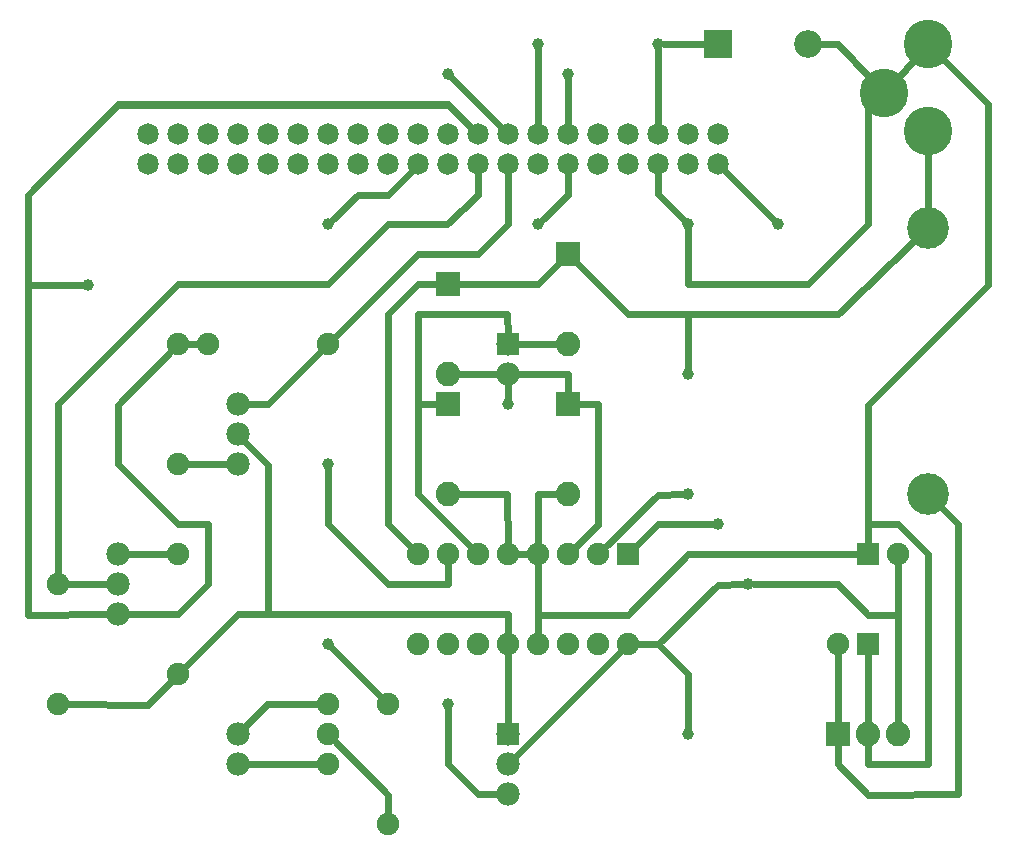
<source format=gbl>
G04 MADE WITH FRITZING*
G04 WWW.FRITZING.ORG*
G04 DOUBLE SIDED*
G04 HOLES PLATED*
G04 CONTOUR ON CENTER OF CONTOUR VECTOR*
%ASAXBY*%
%FSLAX23Y23*%
%MOIN*%
%OFA0B0*%
%SFA1.0B1.0*%
%ADD10C,0.039370*%
%ADD11C,0.078000*%
%ADD12C,0.162000*%
%ADD13C,0.075000*%
%ADD14C,0.071889*%
%ADD15C,0.071917*%
%ADD16C,0.082000*%
%ADD17C,0.138889*%
%ADD18C,0.092000*%
%ADD19R,0.075000X0.075000*%
%ADD20R,0.082000X0.082000*%
%ADD21R,0.078000X0.078000*%
%ADD22R,0.092000X0.092000*%
%ADD23C,0.024000*%
%LNCOPPER0*%
G90*
G70*
G54D10*
X2422Y2116D03*
X2422Y1616D03*
X2422Y416D03*
G54D11*
X522Y1016D03*
X522Y916D03*
X522Y816D03*
X922Y1316D03*
X922Y1416D03*
X922Y1516D03*
G54D10*
X1622Y516D03*
X2522Y1116D03*
X2422Y1216D03*
X1222Y1316D03*
X2622Y916D03*
X1822Y1516D03*
X2322Y2716D03*
X1222Y716D03*
G54D12*
X3223Y2428D03*
X3222Y2716D03*
X3075Y2553D03*
G54D13*
X3022Y1016D03*
X3122Y1016D03*
X3022Y716D03*
X2922Y716D03*
X1222Y516D03*
X1222Y416D03*
X1222Y316D03*
X1422Y516D03*
X1422Y116D03*
G54D11*
X922Y416D03*
X922Y316D03*
G54D14*
X2522Y2416D03*
X2422Y2416D03*
X2322Y2416D03*
X2222Y2416D03*
G54D15*
X2122Y2416D03*
G54D14*
X2022Y2416D03*
X1922Y2416D03*
X1822Y2416D03*
X1722Y2416D03*
G54D15*
X1622Y2416D03*
G54D14*
X1522Y2416D03*
G54D15*
X1422Y2416D03*
G54D14*
X1322Y2416D03*
X1222Y2416D03*
X1122Y2416D03*
X1022Y2416D03*
G54D15*
X922Y2416D03*
G54D14*
X822Y2416D03*
X722Y2416D03*
X622Y2416D03*
X622Y2316D03*
X722Y2316D03*
X822Y2316D03*
G54D15*
X922Y2316D03*
G54D14*
X1022Y2316D03*
X1122Y2316D03*
X1222Y2316D03*
X1322Y2316D03*
G54D15*
X1422Y2316D03*
G54D14*
X1522Y2316D03*
G54D15*
X1622Y2316D03*
G54D14*
X1722Y2316D03*
X1822Y2316D03*
X1922Y2316D03*
X2022Y2316D03*
G54D15*
X2122Y2316D03*
G54D14*
X2222Y2316D03*
X2322Y2316D03*
X2422Y2316D03*
X2522Y2316D03*
G54D13*
X722Y616D03*
X722Y1016D03*
X322Y516D03*
X322Y916D03*
G54D16*
X2922Y416D03*
X3022Y416D03*
X3122Y416D03*
G54D13*
X2222Y1016D03*
X2222Y716D03*
X2122Y1016D03*
X2122Y716D03*
X2022Y1016D03*
X2022Y716D03*
X1922Y1016D03*
X1922Y716D03*
X1822Y1016D03*
X1822Y716D03*
X1722Y1016D03*
X1722Y716D03*
X1622Y1016D03*
X1622Y716D03*
X1522Y1016D03*
X1522Y716D03*
G54D11*
X1822Y1716D03*
X1822Y1616D03*
G54D16*
X2022Y1516D03*
X2022Y1218D03*
X1622Y1516D03*
X1622Y1218D03*
X1622Y1916D03*
X1622Y1618D03*
X2022Y2016D03*
X2022Y1718D03*
G54D17*
X3222Y2105D03*
X3222Y1216D03*
G54D18*
X2522Y2716D03*
X2822Y2716D03*
G54D13*
X722Y1716D03*
X722Y1316D03*
X822Y1716D03*
X1222Y1716D03*
G54D11*
X1822Y416D03*
X1822Y316D03*
X1822Y216D03*
G54D10*
X1222Y2116D03*
X1621Y2617D03*
X1922Y2716D03*
X2022Y2616D03*
X1922Y2118D03*
X2722Y2116D03*
X423Y1915D03*
G54D19*
X3022Y1016D03*
X3022Y716D03*
G54D20*
X2922Y416D03*
G54D19*
X2222Y1016D03*
G54D21*
X1822Y1716D03*
G54D20*
X2022Y1517D03*
X1622Y1517D03*
X1622Y1917D03*
X2022Y2017D03*
G54D22*
X2522Y2716D03*
G54D21*
X1822Y416D03*
G54D23*
X3022Y2117D02*
X3022Y2516D01*
D02*
X3022Y2516D02*
X3017Y2512D01*
D02*
X2823Y1917D02*
X3022Y2117D01*
D02*
X2421Y1917D02*
X2823Y1917D01*
D02*
X2422Y2097D02*
X2421Y1917D01*
D02*
X2322Y2217D02*
X2322Y2283D01*
D02*
X2408Y2130D02*
X2322Y2217D01*
D02*
X2421Y1817D02*
X2922Y1817D01*
D02*
X2922Y1817D02*
X3192Y2076D01*
D02*
X2422Y1635D02*
X2421Y1817D01*
D02*
X2421Y616D02*
X2422Y435D01*
D02*
X2322Y717D02*
X2421Y616D01*
D02*
X2250Y716D02*
X2322Y717D01*
D02*
X2021Y1616D02*
X2021Y1548D01*
D02*
X1852Y1616D02*
X2021Y1616D01*
D02*
X2121Y1115D02*
X2042Y1036D01*
D02*
X2121Y1516D02*
X2121Y1115D01*
D02*
X2054Y1516D02*
X2121Y1516D01*
D02*
X1820Y1216D02*
X1821Y1045D01*
D02*
X1654Y1218D02*
X1820Y1216D01*
D02*
X1921Y1216D02*
X1921Y1045D01*
D02*
X1990Y1217D02*
X1921Y1216D01*
D02*
X1522Y1216D02*
X1701Y1036D01*
D02*
X1522Y1516D02*
X1522Y1216D01*
D02*
X1590Y1516D02*
X1522Y1516D01*
D02*
X1423Y1816D02*
X1523Y1917D01*
D02*
X1523Y1917D02*
X1590Y1916D01*
D02*
X1422Y1117D02*
X1423Y1816D01*
D02*
X1502Y1036D02*
X1422Y1117D01*
D02*
X1522Y1516D02*
X1590Y1516D01*
D02*
X1522Y1817D02*
X1522Y1516D01*
D02*
X1820Y1817D02*
X1522Y1817D01*
D02*
X1821Y1746D02*
X1820Y1817D01*
D02*
X2221Y1817D02*
X2044Y1993D01*
D02*
X3192Y2076D02*
X2922Y1816D01*
D02*
X2922Y1816D02*
X2221Y1817D01*
D02*
X1822Y687D02*
X1822Y446D01*
D02*
X2201Y696D02*
X1843Y337D01*
D02*
X1021Y1516D02*
X952Y1516D01*
D02*
X1201Y1696D02*
X1021Y1516D01*
D02*
X793Y1716D02*
X750Y1716D01*
D02*
X693Y1016D02*
X552Y1016D01*
D02*
X721Y1116D02*
X521Y1316D01*
D02*
X521Y1316D02*
X521Y1515D01*
D02*
X822Y1117D02*
X721Y1116D01*
D02*
X821Y917D02*
X822Y1117D01*
D02*
X722Y816D02*
X821Y917D01*
D02*
X521Y1515D02*
X701Y1696D01*
D02*
X552Y816D02*
X722Y816D01*
D02*
X350Y916D02*
X492Y916D01*
D02*
X622Y515D02*
X702Y596D01*
D02*
X350Y516D02*
X622Y515D01*
D02*
X2922Y2717D02*
X2859Y2716D01*
D02*
X3027Y2604D02*
X2922Y2717D01*
D02*
X1421Y215D02*
X1242Y396D01*
D02*
X1421Y145D02*
X1421Y215D01*
D02*
X1193Y316D02*
X952Y316D01*
D02*
X1020Y517D02*
X1193Y516D01*
D02*
X943Y438D02*
X1020Y517D01*
D02*
X1523Y2017D02*
X1721Y2017D01*
D02*
X1821Y2118D02*
X1822Y2283D01*
D02*
X1721Y2017D02*
X1821Y2118D01*
D02*
X1242Y1736D02*
X1523Y2017D01*
D02*
X1221Y1917D02*
X722Y1917D01*
D02*
X722Y1917D02*
X322Y1516D01*
D02*
X1423Y2118D02*
X1221Y1917D01*
D02*
X322Y1516D02*
X322Y945D01*
D02*
X1620Y2118D02*
X1423Y2118D01*
D02*
X1721Y2215D02*
X1620Y2118D01*
D02*
X1721Y2283D02*
X1721Y2215D01*
D02*
X521Y2516D02*
X1621Y2517D01*
D02*
X1621Y2517D02*
X1698Y2440D01*
D02*
X221Y2215D02*
X521Y2516D01*
D02*
X2322Y2697D02*
X2322Y2449D01*
D02*
X2341Y2716D02*
X2485Y2716D01*
D02*
X3175Y2664D02*
X3122Y2605D01*
D02*
X3222Y2146D02*
X3222Y2354D01*
D02*
X3322Y1116D02*
X3323Y216D01*
D02*
X3323Y216D02*
X3021Y215D01*
D02*
X3021Y215D02*
X2922Y316D01*
D02*
X2922Y316D02*
X2922Y384D01*
D02*
X3251Y1187D02*
X3322Y1116D01*
D02*
X2922Y687D02*
X2922Y448D01*
D02*
X1922Y987D02*
X1922Y745D01*
D02*
X1822Y816D02*
X1021Y816D01*
D02*
X1021Y816D02*
X1021Y1315D01*
D02*
X1822Y745D02*
X1822Y816D01*
D02*
X1021Y1315D02*
X943Y1395D01*
D02*
X1422Y916D02*
X1621Y916D01*
D02*
X1621Y916D02*
X1622Y987D01*
D02*
X1222Y1117D02*
X1422Y916D01*
D02*
X1222Y1297D02*
X1222Y1117D01*
D02*
X1893Y1016D02*
X1850Y1016D01*
D02*
X2322Y1215D02*
X2142Y1036D01*
D02*
X2403Y1216D02*
X2322Y1215D01*
D02*
X2322Y1116D02*
X2242Y1036D01*
D02*
X2503Y1116D02*
X2322Y1116D01*
D02*
X3122Y448D02*
X3122Y987D01*
D02*
X3021Y815D02*
X3122Y815D01*
D02*
X2922Y916D02*
X3021Y815D01*
D02*
X3122Y815D02*
X3122Y987D01*
D02*
X2641Y916D02*
X2922Y916D01*
D02*
X221Y814D02*
X221Y2215D01*
D02*
X492Y816D02*
X221Y814D01*
D02*
X1622Y317D02*
X1622Y497D01*
D02*
X1723Y216D02*
X1622Y317D01*
D02*
X1792Y216D02*
X1723Y216D01*
D02*
X1401Y536D02*
X1235Y703D01*
D02*
X1654Y1618D02*
X1792Y1616D01*
D02*
X1822Y1586D02*
X1822Y1535D01*
D02*
X1990Y1718D02*
X1852Y1716D01*
D02*
X1922Y1917D02*
X1654Y1916D01*
D02*
X1999Y1993D02*
X1922Y1917D01*
D02*
X3021Y1515D02*
X3422Y1915D01*
D02*
X3422Y1915D02*
X3422Y2517D01*
D02*
X3422Y2517D02*
X3271Y2667D01*
D02*
X3022Y1045D02*
X3021Y1515D01*
D02*
X3022Y687D02*
X3022Y448D01*
D02*
X3222Y1016D02*
X3222Y316D01*
D02*
X3122Y1116D02*
X3222Y1016D01*
D02*
X3022Y1116D02*
X3122Y1116D01*
D02*
X3222Y316D02*
X3022Y316D01*
D02*
X3022Y316D02*
X3022Y384D01*
D02*
X3022Y1045D02*
X3022Y1116D01*
D02*
X1921Y815D02*
X2222Y815D01*
D02*
X2222Y815D02*
X2422Y1016D01*
D02*
X2422Y1016D02*
X2993Y1016D01*
D02*
X1921Y745D02*
X1921Y815D01*
D02*
X2522Y915D02*
X2321Y716D01*
D02*
X2321Y716D02*
X2250Y716D01*
D02*
X2603Y916D02*
X2522Y915D01*
D02*
X1822Y816D02*
X1822Y745D01*
D02*
X923Y817D02*
X1822Y816D01*
D02*
X742Y636D02*
X923Y817D01*
D02*
X892Y1316D02*
X750Y1316D01*
D02*
X1423Y2215D02*
X1498Y2292D01*
D02*
X1235Y2129D02*
X1322Y2215D01*
D02*
X1322Y2215D02*
X1423Y2215D01*
D02*
X1634Y2603D02*
X1798Y2440D01*
D02*
X1922Y2697D02*
X1921Y2516D01*
D02*
X1921Y2516D02*
X1921Y2449D01*
D02*
X2022Y2597D02*
X2022Y2449D01*
D02*
X2022Y2283D02*
X2023Y2215D01*
D02*
X2023Y2215D02*
X1936Y2131D01*
D02*
X2708Y2130D02*
X2545Y2293D01*
D02*
X221Y2215D02*
X221Y1915D01*
D02*
X221Y1915D02*
X404Y1915D01*
D02*
X521Y2514D02*
X221Y2215D01*
D02*
X1622Y2514D02*
X521Y2514D01*
D02*
X1698Y2439D02*
X1622Y2514D01*
G04 End of Copper0*
M02*
</source>
